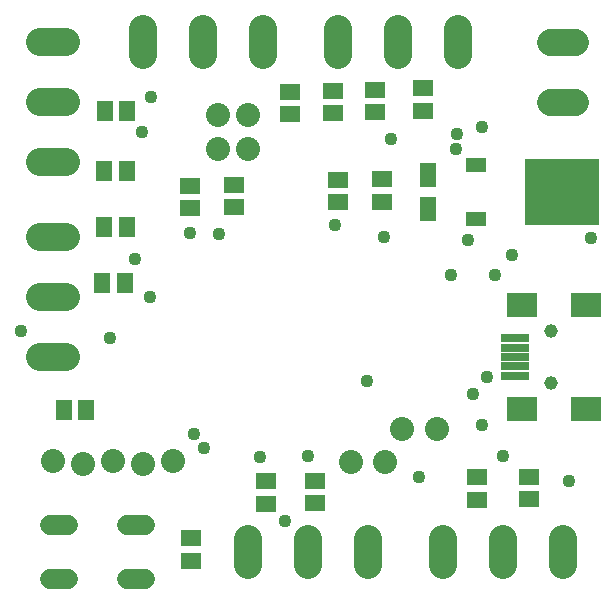
<source format=gbs>
G75*
%MOIN*%
%OFA0B0*%
%FSLAX24Y24*%
%IPPOS*%
%LPD*%
%AMOC8*
5,1,8,0,0,1.08239X$1,22.5*
%
%ADD10R,0.2501X0.2186*%
%ADD11R,0.0690X0.0454*%
%ADD12C,0.0946*%
%ADD13C,0.0800*%
%ADD14R,0.0572X0.0690*%
%ADD15R,0.0651X0.0572*%
%ADD16C,0.0660*%
%ADD17R,0.1005X0.0847*%
%ADD18R,0.0969X0.0257*%
%ADD19C,0.0454*%
%ADD20R,0.0690X0.0572*%
%ADD21C,0.0887*%
%ADD22R,0.0532X0.0847*%
%ADD23C,0.0436*%
D10*
X021046Y017772D03*
D11*
X018172Y016875D03*
X018172Y018670D03*
D12*
X017562Y022329D02*
X017562Y023215D01*
X015562Y023215D02*
X015562Y022329D01*
X013562Y022329D02*
X013562Y023215D01*
X011062Y023215D02*
X011062Y022329D01*
X009062Y022329D02*
X009062Y023215D01*
X007062Y023215D02*
X007062Y022329D01*
X004505Y022772D02*
X003619Y022772D01*
X003619Y020772D02*
X004505Y020772D01*
X004505Y018772D02*
X003619Y018772D01*
X003619Y016272D02*
X004505Y016272D01*
X004505Y014272D02*
X003619Y014272D01*
X003619Y012272D02*
X004505Y012272D01*
X010562Y006215D02*
X010562Y005329D01*
X012562Y005329D02*
X012562Y006215D01*
X014562Y006215D02*
X014562Y005329D01*
X017062Y005329D02*
X017062Y006215D01*
X019062Y006215D02*
X019062Y005329D01*
X021062Y005329D02*
X021062Y006215D01*
D13*
X016856Y009871D03*
X015716Y009871D03*
X015132Y008772D03*
X013992Y008772D03*
X008062Y008822D03*
X007062Y008722D03*
X006062Y008822D03*
X005062Y008722D03*
X004062Y008822D03*
X009562Y019202D03*
X010562Y019202D03*
X010562Y020342D03*
X009562Y020342D03*
D14*
X006533Y020466D03*
X005785Y020466D03*
X005779Y018477D03*
X006527Y018477D03*
X006529Y016596D03*
X005781Y016596D03*
X005705Y014749D03*
X006453Y014749D03*
X005173Y010516D03*
X004425Y010516D03*
D15*
X008655Y006231D03*
X008655Y005483D03*
X013559Y017442D03*
X013559Y018190D03*
X015040Y018199D03*
X015040Y017451D03*
D16*
X004582Y004882D02*
X003982Y004882D01*
X003982Y006662D02*
X004582Y006662D01*
X006542Y006662D02*
X007142Y006662D01*
X007142Y004882D02*
X006542Y004882D01*
D17*
X019684Y010540D03*
X021849Y010540D03*
X021849Y014005D03*
X019684Y014005D03*
D18*
X019462Y012902D03*
X019462Y012587D03*
X019462Y012272D03*
X019462Y011957D03*
X019462Y011642D03*
D19*
X020668Y011406D03*
X020668Y013138D03*
D20*
X019938Y008275D03*
X019938Y007527D03*
X018209Y007513D03*
X018209Y008261D03*
X012789Y008140D03*
X012789Y007392D03*
X011159Y007377D03*
X011159Y008125D03*
X010092Y017265D03*
X010092Y018013D03*
X008624Y017986D03*
X008624Y017238D03*
X011953Y020366D03*
X011953Y021114D03*
X013408Y021141D03*
X013408Y020392D03*
X014804Y020441D03*
X014804Y021189D03*
X016416Y021224D03*
X016416Y020476D03*
D21*
X020649Y020772D02*
X021475Y020772D01*
X021475Y022772D02*
X020649Y022772D01*
D22*
X016562Y018324D03*
X016562Y017221D03*
D23*
X017912Y016172D03*
X017331Y015001D03*
X018789Y015001D03*
X019351Y015689D03*
X021994Y016248D03*
X018374Y019932D03*
X017546Y019717D03*
X017486Y019205D03*
X015323Y019533D03*
X013461Y016666D03*
X015094Y016275D03*
X018529Y011622D03*
X018068Y011044D03*
X018359Y010009D03*
X019059Y008982D03*
X021272Y008135D03*
X016266Y008263D03*
X014547Y011459D03*
X012565Y008963D03*
X010978Y008951D03*
X009092Y009239D03*
X008767Y009700D03*
X011793Y006797D03*
X005960Y012906D03*
X007310Y014263D03*
X006787Y015545D03*
X008621Y016413D03*
X009587Y016378D03*
X007034Y019774D03*
X007320Y020926D03*
X003007Y013154D03*
M02*

</source>
